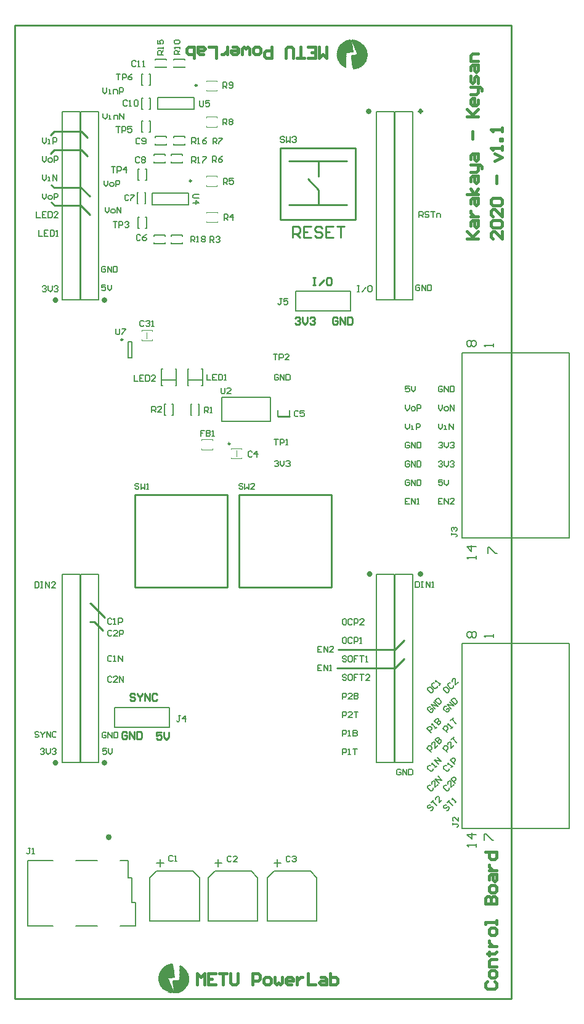
<source format=gto>
G04*
G04 #@! TF.GenerationSoftware,Altium Limited,Altium Designer,18.0.7 (293)*
G04*
G04 Layer_Color=65535*
%FSLAX25Y25*%
%MOIN*%
G70*
G01*
G75*
%ADD10C,0.01575*%
%ADD11C,0.00984*%
%ADD12C,0.01000*%
%ADD13C,0.00591*%
%ADD14C,0.00787*%
%ADD15C,0.00500*%
%ADD16C,0.00315*%
%ADD17C,0.01500*%
%ADD18C,0.00800*%
D10*
X192710Y229500D02*
G03*
X192710Y229500I-710J0D01*
G01*
X22710Y127500D02*
G03*
X22710Y127500I-710J0D01*
G01*
X220210Y229500D02*
G03*
X220210Y229500I-710J0D01*
G01*
X49210Y127500D02*
G03*
X49210Y127500I-710J0D01*
G01*
X22710Y377500D02*
G03*
X22710Y377500I-710J0D01*
G01*
X219500Y480210D02*
G03*
X219654Y480193I0J-710D01*
G01*
X49210Y377500D02*
G03*
X49210Y377500I-710J0D01*
G01*
X192210Y479500D02*
G03*
X192210Y479500I-710J0D01*
G01*
X51587Y87276D02*
G03*
X51587Y87276I-787J0D01*
G01*
D11*
X58460Y356112D02*
G03*
X58460Y356112I-492J0D01*
G01*
X98535Y493446D02*
G03*
X98535Y493446I-492J0D01*
G01*
X95535Y441946D02*
G03*
X95535Y441946I-492J0D01*
G01*
X116437Y299898D02*
G03*
X116437Y299898I-492J0D01*
G01*
D12*
X114900Y222200D02*
Y272200D01*
X64900D02*
X114900D01*
X64900Y222200D02*
Y272200D01*
Y222200D02*
X114900D01*
X121200D02*
X171200D01*
X121200D02*
Y272200D01*
X171200D01*
Y222200D02*
Y272200D01*
X43000Y203500D02*
X47600Y198900D01*
X40500Y203500D02*
X43000D01*
X41000Y213500D02*
X48500Y206000D01*
X40500Y213500D02*
X41000D01*
X19800Y439800D02*
X21200Y438400D01*
X35600D01*
X40500Y433500D01*
X19800Y430300D02*
X21600Y428500D01*
X35500D01*
X40500Y423500D01*
X36000Y458600D02*
X39300Y455300D01*
X21200Y458600D02*
X36000D01*
X19200Y456600D02*
X21200Y458600D01*
X19200Y466600D02*
X21200Y468600D01*
X36000D01*
X39300Y465300D01*
X174400Y178600D02*
X205600D01*
X210500Y183500D01*
X205600Y188600D02*
X210500Y193500D01*
X174900Y188600D02*
X205600D01*
X158561Y442865D02*
X164304Y437122D01*
Y429000D02*
Y437122D01*
Y444400D02*
Y452522D01*
X148304Y428900D02*
X179800D01*
X148304Y452522D02*
X179800D01*
X184400Y421100D02*
Y459600D01*
X143704D02*
X184404D01*
X143704Y421100D02*
X184304D01*
X143704D02*
Y459600D01*
X268500Y0D02*
Y526000D01*
X0Y0D02*
Y526000D01*
Y0D02*
X268500D01*
X0Y526000D02*
X268500D01*
X142350Y314531D02*
X148650D01*
X151600Y367632D02*
X152267Y368299D01*
X153599D01*
X154266Y367632D01*
Y366966D01*
X153599Y366299D01*
X152933D01*
X153599D01*
X154266Y365633D01*
Y364966D01*
X153599Y364300D01*
X152267D01*
X151600Y364966D01*
X155599Y368299D02*
Y365633D01*
X156932Y364300D01*
X158265Y365633D01*
Y368299D01*
X159597Y367632D02*
X160264Y368299D01*
X161597D01*
X162263Y367632D01*
Y366966D01*
X161597Y366299D01*
X160930D01*
X161597D01*
X162263Y365633D01*
Y364966D01*
X161597Y364300D01*
X160264D01*
X159597Y364966D01*
X161400Y389499D02*
X162733D01*
X162066D01*
Y385500D01*
X161400D01*
X162733D01*
X164732D02*
X167398Y388166D01*
X170730Y389499D02*
X169397D01*
X168731Y388832D01*
Y386166D01*
X169397Y385500D01*
X170730D01*
X171397Y386166D01*
Y388832D01*
X170730Y389499D01*
X174766Y367632D02*
X174099Y368299D01*
X172766D01*
X172100Y367632D01*
Y364966D01*
X172766Y364300D01*
X174099D01*
X174766Y364966D01*
Y366299D01*
X173433D01*
X176099Y364300D02*
Y368299D01*
X178764Y364300D01*
Y368299D01*
X180097D02*
Y364300D01*
X182097D01*
X182763Y364966D01*
Y367632D01*
X182097Y368299D01*
X180097D01*
X79266Y144099D02*
X76600D01*
Y142099D01*
X77933Y142766D01*
X78599D01*
X79266Y142099D01*
Y140767D01*
X78599Y140100D01*
X77266D01*
X76600Y140767D01*
X80599Y144099D02*
Y141433D01*
X81932Y140100D01*
X83264Y141433D01*
Y144099D01*
X65066Y164232D02*
X64399Y164899D01*
X63066D01*
X62400Y164232D01*
Y163566D01*
X63066Y162899D01*
X64399D01*
X65066Y162233D01*
Y161566D01*
X64399Y160900D01*
X63066D01*
X62400Y161566D01*
X66399Y164899D02*
Y164232D01*
X67732Y162899D01*
X69064Y164232D01*
Y164899D01*
X67732Y162899D02*
Y160900D01*
X70397D02*
Y164899D01*
X73063Y160900D01*
Y164899D01*
X77062Y164232D02*
X76395Y164899D01*
X75063D01*
X74396Y164232D01*
Y161566D01*
X75063Y160900D01*
X76395D01*
X77062Y161566D01*
X60666Y143732D02*
X59999Y144399D01*
X58666D01*
X58000Y143732D01*
Y141067D01*
X58666Y140400D01*
X59999D01*
X60666Y141067D01*
Y142399D01*
X59333D01*
X61999Y140400D02*
Y144399D01*
X64665Y140400D01*
Y144399D01*
X65997D02*
Y140400D01*
X67997D01*
X68663Y141067D01*
Y143732D01*
X67997Y144399D01*
X65997D01*
X150300Y411400D02*
Y417398D01*
X153299D01*
X154299Y416398D01*
Y414399D01*
X153299Y413399D01*
X150300D01*
X152299D02*
X154299Y411400D01*
X160297Y417398D02*
X156298D01*
Y411400D01*
X160297D01*
X156298Y414399D02*
X158297D01*
X166295Y416398D02*
X165295Y417398D01*
X163296D01*
X162296Y416398D01*
Y415399D01*
X163296Y414399D01*
X165295D01*
X166295Y413399D01*
Y412400D01*
X165295Y411400D01*
X163296D01*
X162296Y412400D01*
X172293Y417398D02*
X168294D01*
Y411400D01*
X172293D01*
X168294Y414399D02*
X170293D01*
X174292Y417398D02*
X178291D01*
X176292D01*
Y411400D01*
D13*
X205421Y127516D02*
Y229484D01*
X195579Y127516D02*
Y229484D01*
X205421D01*
X195579Y127516D02*
X205421D01*
X25579D02*
Y229484D01*
X35421Y127516D02*
Y229484D01*
X25579Y127516D02*
X35421D01*
X25579Y229484D02*
X35421D01*
X215421Y127516D02*
Y229484D01*
X205579Y127516D02*
Y229484D01*
X215421D01*
X205579Y127516D02*
X215421D01*
X35579D02*
Y229484D01*
X45421Y127516D02*
Y229484D01*
X35579Y127516D02*
X45421D01*
X35579Y229484D02*
X45421D01*
X25579Y377516D02*
Y479484D01*
X35421Y377516D02*
Y479484D01*
X25579Y377516D02*
X35421D01*
X25579Y479484D02*
X35421D01*
X215421Y377516D02*
Y479484D01*
X205579Y377516D02*
Y479484D01*
X215421D01*
X205579Y377516D02*
X215421D01*
X35579D02*
Y479484D01*
X45421Y377516D02*
Y479484D01*
X35579Y377516D02*
X45421D01*
X35579Y479484D02*
X45421D01*
X205421Y377516D02*
Y479484D01*
X195579Y377516D02*
Y479484D01*
X205421D01*
X195579Y377516D02*
X205421D01*
X140500Y290224D02*
X141025Y290749D01*
X142074D01*
X142599Y290224D01*
Y289699D01*
X142074Y289174D01*
X141550D01*
X142074D01*
X142599Y288650D01*
Y288125D01*
X142074Y287600D01*
X141025D01*
X140500Y288125D01*
X143649Y290749D02*
Y288650D01*
X144698Y287600D01*
X145748Y288650D01*
Y290749D01*
X146797Y290224D02*
X147322Y290749D01*
X148372D01*
X148896Y290224D01*
Y289699D01*
X148372Y289174D01*
X147847D01*
X148372D01*
X148896Y288650D01*
Y288125D01*
X148372Y287600D01*
X147322D01*
X146797Y288125D01*
X142599Y336824D02*
X142074Y337349D01*
X141025D01*
X140500Y336824D01*
Y334725D01*
X141025Y334200D01*
X142074D01*
X142599Y334725D01*
Y335774D01*
X141550D01*
X143649Y334200D02*
Y337349D01*
X145748Y334200D01*
Y337349D01*
X146797D02*
Y334200D01*
X148372D01*
X148896Y334725D01*
Y336824D01*
X148372Y337349D01*
X146797D01*
X166099Y180349D02*
X164000D01*
Y177200D01*
X166099D01*
X164000Y178774D02*
X165050D01*
X167149Y177200D02*
Y180349D01*
X169248Y177200D01*
Y180349D01*
X170297Y177200D02*
X171347D01*
X170822D01*
Y180349D01*
X170297Y179824D01*
X166099Y190349D02*
X164000D01*
Y187200D01*
X166099D01*
X164000Y188774D02*
X165050D01*
X167149Y187200D02*
Y190349D01*
X169248Y187200D01*
Y190349D01*
X172396Y187200D02*
X170297D01*
X172396Y189299D01*
Y189824D01*
X171871Y190349D01*
X170822D01*
X170297Y189824D01*
X216800Y225349D02*
Y222200D01*
X218374D01*
X218899Y222725D01*
Y224824D01*
X218374Y225349D01*
X216800D01*
X219949D02*
X220998D01*
X220473D01*
Y222200D01*
X219949D01*
X220998D01*
X222572D02*
Y225349D01*
X224672Y222200D01*
Y225349D01*
X225721Y222200D02*
X226771D01*
X226246D01*
Y225349D01*
X225721Y224824D01*
X208899Y123524D02*
X208374Y124049D01*
X207325D01*
X206800Y123524D01*
Y121425D01*
X207325Y120900D01*
X208374D01*
X208899Y121425D01*
Y122474D01*
X207850D01*
X209949Y120900D02*
Y124049D01*
X212048Y120900D01*
Y124049D01*
X213097D02*
Y120900D01*
X214671D01*
X215196Y121425D01*
Y123524D01*
X214671Y124049D01*
X213097D01*
X179399Y174638D02*
X178874Y175163D01*
X177825D01*
X177300Y174638D01*
Y174113D01*
X177825Y173589D01*
X178874D01*
X179399Y173064D01*
Y172539D01*
X178874Y172014D01*
X177825D01*
X177300Y172539D01*
X182023Y175163D02*
X180973D01*
X180449Y174638D01*
Y172539D01*
X180973Y172014D01*
X182023D01*
X182548Y172539D01*
Y174638D01*
X182023Y175163D01*
X185696D02*
X183597D01*
Y173589D01*
X184647D01*
X183597D01*
Y172014D01*
X186746Y175163D02*
X188845D01*
X187795D01*
Y172014D01*
X191993D02*
X189894D01*
X191993Y174113D01*
Y174638D01*
X191469Y175163D01*
X190419D01*
X189894Y174638D01*
X177300Y131900D02*
Y135049D01*
X178874D01*
X179399Y134524D01*
Y133474D01*
X178874Y132949D01*
X177300D01*
X180449Y131900D02*
X181498D01*
X180973D01*
Y135049D01*
X180449Y134524D01*
X183072Y135049D02*
X185171D01*
X184122D01*
Y131900D01*
X177300Y141929D02*
Y145077D01*
X178874D01*
X179399Y144552D01*
Y143503D01*
X178874Y142978D01*
X177300D01*
X180449Y141929D02*
X181498D01*
X180973D01*
Y145077D01*
X180449Y144552D01*
X183072Y145077D02*
Y141929D01*
X184647D01*
X185171Y142453D01*
Y142978D01*
X184647Y143503D01*
X183072D01*
X184647D01*
X185171Y144028D01*
Y144552D01*
X184647Y145077D01*
X183072D01*
X177300Y151957D02*
Y155106D01*
X178874D01*
X179399Y154581D01*
Y153531D01*
X178874Y153007D01*
X177300D01*
X182548Y151957D02*
X180449D01*
X182548Y154056D01*
Y154581D01*
X182023Y155106D01*
X180973D01*
X180449Y154581D01*
X183597Y155106D02*
X185696D01*
X184647D01*
Y151957D01*
X177300Y161986D02*
Y165134D01*
X178874D01*
X179399Y164610D01*
Y163560D01*
X178874Y163035D01*
X177300D01*
X182548Y161986D02*
X180449D01*
X182548Y164085D01*
Y164610D01*
X182023Y165134D01*
X180973D01*
X180449Y164610D01*
X183597Y165134D02*
Y161986D01*
X185171D01*
X185696Y162510D01*
Y163035D01*
X185171Y163560D01*
X183597D01*
X185171D01*
X185696Y164085D01*
Y164610D01*
X185171Y165134D01*
X183597D01*
X179399Y184667D02*
X178874Y185191D01*
X177825D01*
X177300Y184667D01*
Y184142D01*
X177825Y183617D01*
X178874D01*
X179399Y183092D01*
Y182568D01*
X178874Y182043D01*
X177825D01*
X177300Y182568D01*
X182023Y185191D02*
X180973D01*
X180449Y184667D01*
Y182568D01*
X180973Y182043D01*
X182023D01*
X182548Y182568D01*
Y184667D01*
X182023Y185191D01*
X185696D02*
X183597D01*
Y183617D01*
X184647D01*
X183597D01*
Y182043D01*
X186746Y185191D02*
X188845D01*
X187795D01*
Y182043D01*
X189894D02*
X190944D01*
X190419D01*
Y185191D01*
X189894Y184667D01*
X178874Y195220D02*
X177825D01*
X177300Y194695D01*
Y192596D01*
X177825Y192071D01*
X178874D01*
X179399Y192596D01*
Y194695D01*
X178874Y195220D01*
X182548Y194695D02*
X182023Y195220D01*
X180973D01*
X180449Y194695D01*
Y192596D01*
X180973Y192071D01*
X182023D01*
X182548Y192596D01*
X183597Y192071D02*
Y195220D01*
X185171D01*
X185696Y194695D01*
Y193646D01*
X185171Y193121D01*
X183597D01*
X186746Y192071D02*
X187795D01*
X187270D01*
Y195220D01*
X186746Y194695D01*
X178874Y205248D02*
X177825D01*
X177300Y204724D01*
Y202625D01*
X177825Y202100D01*
X178874D01*
X179399Y202625D01*
Y204724D01*
X178874Y205248D01*
X182548Y204724D02*
X182023Y205248D01*
X180973D01*
X180449Y204724D01*
Y202625D01*
X180973Y202100D01*
X182023D01*
X182548Y202625D01*
X183597Y202100D02*
Y205248D01*
X185171D01*
X185696Y204724D01*
Y203674D01*
X185171Y203150D01*
X183597D01*
X188845Y202100D02*
X186746D01*
X188845Y204199D01*
Y204724D01*
X188320Y205248D01*
X187270D01*
X186746Y204724D01*
X13900Y134724D02*
X14425Y135249D01*
X15474D01*
X15999Y134724D01*
Y134199D01*
X15474Y133674D01*
X14950D01*
X15474D01*
X15999Y133150D01*
Y132625D01*
X15474Y132100D01*
X14425D01*
X13900Y132625D01*
X17049Y135249D02*
Y133150D01*
X18098Y132100D01*
X19148Y133150D01*
Y135249D01*
X20197Y134724D02*
X20722Y135249D01*
X21771D01*
X22296Y134724D01*
Y134199D01*
X21771Y133674D01*
X21247D01*
X21771D01*
X22296Y133150D01*
Y132625D01*
X21771Y132100D01*
X20722D01*
X20197Y132625D01*
X12999Y143824D02*
X12474Y144349D01*
X11425D01*
X10900Y143824D01*
Y143299D01*
X11425Y142774D01*
X12474D01*
X12999Y142250D01*
Y141725D01*
X12474Y141200D01*
X11425D01*
X10900Y141725D01*
X14049Y144349D02*
Y143824D01*
X15098Y142774D01*
X16148Y143824D01*
Y144349D01*
X15098Y142774D02*
Y141200D01*
X17197D02*
Y144349D01*
X19296Y141200D01*
Y144349D01*
X22445Y143824D02*
X21920Y144349D01*
X20870D01*
X20346Y143824D01*
Y141725D01*
X20870Y141200D01*
X21920D01*
X22445Y141725D01*
X49599Y135249D02*
X47500D01*
Y133674D01*
X48550Y134199D01*
X49074D01*
X49599Y133674D01*
Y132625D01*
X49074Y132100D01*
X48025D01*
X47500Y132625D01*
X50649Y135249D02*
Y133150D01*
X51698Y132100D01*
X52748Y133150D01*
Y135249D01*
X49399Y143524D02*
X48874Y144049D01*
X47825D01*
X47300Y143524D01*
Y141425D01*
X47825Y140900D01*
X48874D01*
X49399Y141425D01*
Y142474D01*
X48349D01*
X50449Y140900D02*
Y144049D01*
X52548Y140900D01*
Y144049D01*
X53597D02*
Y140900D01*
X55172D01*
X55696Y141425D01*
Y143524D01*
X55172Y144049D01*
X53597D01*
X52399Y173724D02*
X51874Y174249D01*
X50825D01*
X50300Y173724D01*
Y171625D01*
X50825Y171100D01*
X51874D01*
X52399Y171625D01*
X55548Y171100D02*
X53449D01*
X55548Y173199D01*
Y173724D01*
X55023Y174249D01*
X53973D01*
X53449Y173724D01*
X56597Y171100D02*
Y174249D01*
X58696Y171100D01*
Y174249D01*
X52399Y184824D02*
X51874Y185349D01*
X50825D01*
X50300Y184824D01*
Y182725D01*
X50825Y182200D01*
X51874D01*
X52399Y182725D01*
X53449Y182200D02*
X54498D01*
X53973D01*
Y185349D01*
X53449Y184824D01*
X56072Y182200D02*
Y185349D01*
X58171Y182200D01*
Y185349D01*
X52399Y198624D02*
X51874Y199149D01*
X50825D01*
X50300Y198624D01*
Y196525D01*
X50825Y196000D01*
X51874D01*
X52399Y196525D01*
X55548Y196000D02*
X53449D01*
X55548Y198099D01*
Y198624D01*
X55023Y199149D01*
X53973D01*
X53449Y198624D01*
X56597Y196000D02*
Y199149D01*
X58171D01*
X58696Y198624D01*
Y197574D01*
X58171Y197049D01*
X56597D01*
X52399Y205024D02*
X51874Y205549D01*
X50825D01*
X50300Y205024D01*
Y202925D01*
X50825Y202400D01*
X51874D01*
X52399Y202925D01*
X53449Y202400D02*
X54498D01*
X53973D01*
Y205549D01*
X53449Y205024D01*
X56072Y202400D02*
Y205549D01*
X57647D01*
X58171Y205024D01*
Y203974D01*
X57647Y203450D01*
X56072D01*
X10900Y225249D02*
Y222100D01*
X12474D01*
X12999Y222625D01*
Y224724D01*
X12474Y225249D01*
X10900D01*
X14049D02*
X15098D01*
X14573D01*
Y222100D01*
X14049D01*
X15098D01*
X16672D02*
Y225249D01*
X18771Y222100D01*
Y225249D01*
X21920Y222100D02*
X19821D01*
X21920Y224199D01*
Y224724D01*
X21395Y225249D01*
X20346D01*
X19821Y224724D01*
X185300Y385249D02*
X186349D01*
X185825D01*
Y382100D01*
X185300D01*
X186349D01*
X187924D02*
X190023Y384199D01*
X192647Y385249D02*
X191597D01*
X191072Y384724D01*
Y382625D01*
X191597Y382100D01*
X192647D01*
X193172Y382625D01*
Y384724D01*
X192647Y385249D01*
X219099Y385224D02*
X218574Y385749D01*
X217525D01*
X217000Y385224D01*
Y383125D01*
X217525Y382600D01*
X218574D01*
X219099Y383125D01*
Y384174D01*
X218050D01*
X220149Y382600D02*
Y385749D01*
X222248Y382600D01*
Y385749D01*
X223297D02*
Y382600D01*
X224871D01*
X225396Y383125D01*
Y385224D01*
X224871Y385749D01*
X223297D01*
X218800Y422200D02*
Y425349D01*
X220374D01*
X220899Y424824D01*
Y423774D01*
X220374Y423249D01*
X218800D01*
X219849D02*
X220899Y422200D01*
X224048Y424824D02*
X223523Y425349D01*
X222473D01*
X221949Y424824D01*
Y424299D01*
X222473Y423774D01*
X223523D01*
X224048Y423249D01*
Y422725D01*
X223523Y422200D01*
X222473D01*
X221949Y422725D01*
X225097Y425349D02*
X227196D01*
X226147D01*
Y422200D01*
X228246D02*
Y424299D01*
X229820D01*
X230345Y423774D01*
Y422200D01*
X49099Y395224D02*
X48574Y395749D01*
X47525D01*
X47000Y395224D01*
Y393125D01*
X47525Y392600D01*
X48574D01*
X49099Y393125D01*
Y394174D01*
X48050D01*
X50149Y392600D02*
Y395749D01*
X52248Y392600D01*
Y395749D01*
X53297D02*
Y392600D01*
X54871D01*
X55396Y393125D01*
Y395224D01*
X54871Y395749D01*
X53297D01*
X49099Y385749D02*
X47000D01*
Y384174D01*
X48050Y384699D01*
X48574D01*
X49099Y384174D01*
Y383125D01*
X48574Y382600D01*
X47525D01*
X47000Y383125D01*
X50149Y385749D02*
Y383649D01*
X51198Y382600D01*
X52248Y383649D01*
Y385749D01*
X14949Y384724D02*
X15473Y385249D01*
X16523D01*
X17048Y384724D01*
Y384199D01*
X16523Y383674D01*
X15998D01*
X16523D01*
X17048Y383150D01*
Y382625D01*
X16523Y382100D01*
X15473D01*
X14949Y382625D01*
X18097Y385249D02*
Y383150D01*
X19147Y382100D01*
X20196Y383150D01*
Y385249D01*
X21246Y384724D02*
X21770Y385249D01*
X22820D01*
X23345Y384724D01*
Y384199D01*
X22820Y383674D01*
X22295D01*
X22820D01*
X23345Y383150D01*
Y382625D01*
X22820Y382100D01*
X21770D01*
X21246Y382625D01*
X11800Y425249D02*
Y422100D01*
X13899D01*
X17048Y425249D02*
X14949D01*
Y422100D01*
X17048D01*
X14949Y423674D02*
X15998D01*
X18097Y425249D02*
Y422100D01*
X19671D01*
X20196Y422625D01*
Y424724D01*
X19671Y425249D01*
X18097D01*
X23345Y422100D02*
X21246D01*
X23345Y424199D01*
Y424724D01*
X22820Y425249D01*
X21770D01*
X21246Y424724D01*
X12849Y415249D02*
Y412100D01*
X14949D01*
X18097Y415249D02*
X15998D01*
Y412100D01*
X18097D01*
X15998Y413674D02*
X17048D01*
X19147Y415249D02*
Y412100D01*
X20721D01*
X21246Y412625D01*
Y414724D01*
X20721Y415249D01*
X19147D01*
X22295Y412100D02*
X23345D01*
X22820D01*
Y415249D01*
X22295Y414724D01*
X14900Y435149D02*
Y433049D01*
X15949Y432000D01*
X16999Y433049D01*
Y435149D01*
X18573Y432000D02*
X19623D01*
X20148Y432525D01*
Y433574D01*
X19623Y434099D01*
X18573D01*
X18049Y433574D01*
Y432525D01*
X18573Y432000D01*
X21197D02*
Y435149D01*
X22772D01*
X23296Y434624D01*
Y433574D01*
X22772Y433049D01*
X21197D01*
X14900Y445182D02*
Y443083D01*
X15949Y442033D01*
X16999Y443083D01*
Y445182D01*
X18049Y442033D02*
X19098D01*
X18573D01*
Y444132D01*
X18049D01*
X20672Y442033D02*
Y445182D01*
X22772Y442033D01*
Y445182D01*
X14900Y455215D02*
Y453116D01*
X15949Y452067D01*
X16999Y453116D01*
Y455215D01*
X18573Y452067D02*
X19623D01*
X20148Y452591D01*
Y453641D01*
X19623Y454166D01*
X18573D01*
X18049Y453641D01*
Y452591D01*
X18573Y452067D01*
X21197D02*
Y455215D01*
X22772D01*
X23296Y454691D01*
Y453641D01*
X22772Y453116D01*
X21197D01*
X14900Y465249D02*
Y463149D01*
X15949Y462100D01*
X16999Y463149D01*
Y465249D01*
X18049Y462100D02*
X19098D01*
X18573D01*
Y464199D01*
X18049D01*
X20672Y462100D02*
Y465249D01*
X22247D01*
X22772Y464724D01*
Y463674D01*
X22247Y463149D01*
X20672D01*
X233529Y104740D02*
X232787D01*
X232045Y103998D01*
X232045Y103255D01*
X232416Y102884D01*
X233158Y102884D01*
X233900Y103626D01*
X234642Y103626D01*
X235013Y103255D01*
X235013Y102513D01*
X234271Y101771D01*
X233529D01*
X233900Y105853D02*
X235384Y107337D01*
X234642Y106595D01*
X236869Y104368D01*
X238353Y105853D02*
X239095Y106595D01*
X238724Y106224D01*
X236497Y108450D01*
X236497Y107708D01*
X224829Y104740D02*
X224087D01*
X223345Y103998D01*
X223345Y103255D01*
X223716Y102884D01*
X224458Y102884D01*
X225200Y103626D01*
X225942Y103626D01*
X226313Y103255D01*
X226313Y102513D01*
X225571Y101771D01*
X224829D01*
X225200Y105853D02*
X226684Y107337D01*
X225942Y106595D01*
X228169Y104368D01*
X231137Y107337D02*
X229653Y105853D01*
Y108821D01*
X229282Y109192D01*
X228540D01*
X227798Y108450D01*
X227797Y107708D01*
X233529Y115356D02*
X232787D01*
X232045Y114614D01*
X232045Y113872D01*
X233529Y112388D01*
X234271D01*
X235013Y113130D01*
X235013Y113872D01*
X237611Y115727D02*
X236126Y114243D01*
Y117212D01*
X235755Y117583D01*
X235013D01*
X234271Y116841D01*
X234271Y116098D01*
X238353Y116470D02*
X236126Y118696D01*
X237240Y119809D01*
X237982D01*
X238724Y119067D01*
X238724Y118325D01*
X237611Y117212D01*
X224829Y115340D02*
X224087D01*
X223345Y114597D01*
X223345Y113855D01*
X224829Y112371D01*
X225571D01*
X226313Y113113D01*
X226313Y113855D01*
X228911Y115711D02*
X227426Y114226D01*
Y117195D01*
X227055Y117566D01*
X226313D01*
X225571Y116824D01*
X225571Y116082D01*
X229653Y116453D02*
X227426Y118679D01*
X231137Y117937D01*
X228911Y120163D01*
X233529Y125973D02*
X232787D01*
X232045Y125231D01*
X232045Y124489D01*
X233529Y123004D01*
X234271D01*
X235013Y123747D01*
X235013Y124489D01*
X236126Y124860D02*
X236869Y125602D01*
X236497Y125231D01*
X234271Y127457D01*
X234271Y126715D01*
X237982D02*
X235755Y128941D01*
X236869Y130055D01*
X237611D01*
X238353Y129313D01*
X238353Y128570D01*
X237240Y127457D01*
X224829Y125940D02*
X224087D01*
X223345Y125198D01*
X223345Y124455D01*
X224829Y122971D01*
X225571D01*
X226313Y123713D01*
X226313Y124455D01*
X227426Y124826D02*
X228169Y125568D01*
X227798Y125198D01*
X225571Y127424D01*
X225571Y126682D01*
X229282D02*
X227055Y128908D01*
X230766Y128166D01*
X228540Y130392D01*
X233900Y133250D02*
X231674Y135476D01*
X232787Y136590D01*
X233529D01*
X234271Y135847D01*
X234271Y135105D01*
X233158Y133992D01*
X237611Y136961D02*
X236126Y135476D01*
Y138445D01*
X235755Y138816D01*
X235013D01*
X234271Y138074D01*
X234271Y137332D01*
X236126Y139929D02*
X237611Y141413D01*
X236869Y140671D01*
X239095Y138445D01*
X225200Y133200D02*
X222974Y135426D01*
X224087Y136540D01*
X224829D01*
X225571Y135798D01*
X225571Y135055D01*
X224458Y133942D01*
X228911Y136911D02*
X227426Y135426D01*
Y138395D01*
X227055Y138766D01*
X226313D01*
X225571Y138024D01*
X225571Y137282D01*
X227426Y139879D02*
X229653Y137653D01*
X230766Y138766D01*
X230766Y139508D01*
X230395Y139879D01*
X229653Y139879D01*
X228540Y138766D01*
X229653Y139879D01*
Y140621D01*
X229282Y140992D01*
X228540D01*
X227426Y139879D01*
X233900Y143867D02*
X231674Y146093D01*
X232787Y147206D01*
X233529D01*
X234271Y146464D01*
X234271Y145722D01*
X233158Y144609D01*
X236126Y146093D02*
X236869Y146835D01*
X236497Y146464D01*
X234271Y148690D01*
X234271Y147948D01*
X235755Y150175D02*
X237240Y151659D01*
X236497Y150917D01*
X238724Y148690D01*
X225200Y143800D02*
X222974Y146026D01*
X224087Y147140D01*
X224829D01*
X225571Y146397D01*
X225571Y145655D01*
X224458Y144542D01*
X227426Y146026D02*
X228169Y146768D01*
X227798Y146397D01*
X225571Y148624D01*
X225571Y147882D01*
X227055Y150108D02*
X229282Y147882D01*
X230395Y148995D01*
X230395Y149737D01*
X230024Y150108D01*
X229282D01*
X228169Y148995D01*
X229282Y150108D01*
Y150850D01*
X228911Y151221D01*
X228169D01*
X227055Y150108D01*
X233529Y157823D02*
X232787D01*
X232045Y157081D01*
X232045Y156339D01*
X233529Y154854D01*
X234271D01*
X235013Y155596D01*
X235013Y156339D01*
X234271Y157081D01*
X233529Y156339D01*
X236126Y156710D02*
X233900Y158936D01*
X237611Y158194D01*
X235384Y160420D01*
X236126Y161162D02*
X238353Y158936D01*
X239466Y160049D01*
X239466Y160791D01*
X237982Y162276D01*
X237240D01*
X236126Y161162D01*
X224829Y157740D02*
X224087D01*
X223345Y156998D01*
X223345Y156255D01*
X224829Y154771D01*
X225571D01*
X226313Y155513D01*
X226313Y156255D01*
X225571Y156998D01*
X224829Y156255D01*
X227426Y156626D02*
X225200Y158853D01*
X228911Y158111D01*
X226684Y160337D01*
X227426Y161079D02*
X229653Y158853D01*
X230766Y159966D01*
X230766Y160708D01*
X229282Y162192D01*
X228540D01*
X227426Y161079D01*
X224087Y168340D02*
X223345Y167597D01*
X223345Y166855D01*
X224829Y165371D01*
X225571D01*
X226313Y166113D01*
X226313Y166855D01*
X224829Y168340D01*
X224087D01*
X227055Y170566D02*
X226313D01*
X225571Y169824D01*
X225571Y169082D01*
X227055Y167597D01*
X227798D01*
X228540Y168340D01*
X228540Y169082D01*
X229653Y169453D02*
X230395Y170195D01*
X230024Y169824D01*
X227798Y172050D01*
X227797Y171308D01*
X232787Y168440D02*
X232045Y167697D01*
X232045Y166955D01*
X233529Y165471D01*
X234271D01*
X235013Y166213D01*
X235013Y166955D01*
X233529Y168440D01*
X232787D01*
X235755Y170666D02*
X235013D01*
X234271Y169924D01*
X234271Y169182D01*
X235755Y167697D01*
X236497D01*
X237240Y168440D01*
X237240Y169182D01*
X239837Y171037D02*
X238353Y169553D01*
Y172521D01*
X237982Y172892D01*
X237240D01*
X236497Y172150D01*
X236497Y171408D01*
X231399Y270349D02*
X229300D01*
Y267200D01*
X231399D01*
X229300Y268774D02*
X230349D01*
X232449Y267200D02*
Y270349D01*
X234548Y267200D01*
Y270349D01*
X237696Y267200D02*
X235597D01*
X237696Y269299D01*
Y269824D01*
X237172Y270349D01*
X236122D01*
X235597Y269824D01*
X213499Y270349D02*
X211400D01*
Y267200D01*
X213499D01*
X211400Y268774D02*
X212450D01*
X214549Y267200D02*
Y270349D01*
X216648Y267200D01*
Y270349D01*
X217697Y267200D02*
X218747D01*
X218222D01*
Y270349D01*
X217697Y269824D01*
X231399Y280465D02*
X229300D01*
Y278891D01*
X230349Y279416D01*
X230874D01*
X231399Y278891D01*
Y277841D01*
X230874Y277317D01*
X229825D01*
X229300Y277841D01*
X232449Y280465D02*
Y278366D01*
X233498Y277317D01*
X234548Y278366D01*
Y280465D01*
X213499Y279941D02*
X212974Y280465D01*
X211925D01*
X211400Y279941D01*
Y277841D01*
X211925Y277317D01*
X212974D01*
X213499Y277841D01*
Y278891D01*
X212450D01*
X214549Y277317D02*
Y280465D01*
X216648Y277317D01*
Y280465D01*
X217697D02*
Y277317D01*
X219271D01*
X219796Y277841D01*
Y279941D01*
X219271Y280465D01*
X217697D01*
X229300Y290057D02*
X229825Y290582D01*
X230874D01*
X231399Y290057D01*
Y289532D01*
X230874Y289008D01*
X230349D01*
X230874D01*
X231399Y288483D01*
Y287958D01*
X230874Y287433D01*
X229825D01*
X229300Y287958D01*
X232449Y290582D02*
Y288483D01*
X233498Y287433D01*
X234548Y288483D01*
Y290582D01*
X235597Y290057D02*
X236122Y290582D01*
X237172D01*
X237696Y290057D01*
Y289532D01*
X237172Y289008D01*
X236647D01*
X237172D01*
X237696Y288483D01*
Y287958D01*
X237172Y287433D01*
X236122D01*
X235597Y287958D01*
X213499Y290057D02*
X212974Y290582D01*
X211925D01*
X211400Y290057D01*
Y287958D01*
X211925Y287433D01*
X212974D01*
X213499Y287958D01*
Y289008D01*
X212450D01*
X214549Y287433D02*
Y290582D01*
X216648Y287433D01*
Y290582D01*
X217697D02*
Y287433D01*
X219271D01*
X219796Y287958D01*
Y290057D01*
X219271Y290582D01*
X217697D01*
X229300Y300174D02*
X229825Y300699D01*
X230874D01*
X231399Y300174D01*
Y299649D01*
X230874Y299124D01*
X230349D01*
X230874D01*
X231399Y298600D01*
Y298075D01*
X230874Y297550D01*
X229825D01*
X229300Y298075D01*
X232449Y300699D02*
Y298600D01*
X233498Y297550D01*
X234548Y298600D01*
Y300699D01*
X235597Y300174D02*
X236122Y300699D01*
X237172D01*
X237696Y300174D01*
Y299649D01*
X237172Y299124D01*
X236647D01*
X237172D01*
X237696Y298600D01*
Y298075D01*
X237172Y297550D01*
X236122D01*
X235597Y298075D01*
X213499Y300174D02*
X212974Y300699D01*
X211925D01*
X211400Y300174D01*
Y298075D01*
X211925Y297550D01*
X212974D01*
X213499Y298075D01*
Y299124D01*
X212450D01*
X214549Y297550D02*
Y300699D01*
X216648Y297550D01*
Y300699D01*
X217697D02*
Y297550D01*
X219271D01*
X219796Y298075D01*
Y300174D01*
X219271Y300699D01*
X217697D01*
X229300Y310815D02*
Y308716D01*
X230349Y307667D01*
X231399Y308716D01*
Y310815D01*
X232449Y307667D02*
X233498D01*
X232973D01*
Y309766D01*
X232449D01*
X235072Y307667D02*
Y310815D01*
X237172Y307667D01*
Y310815D01*
X211400D02*
Y308716D01*
X212450Y307667D01*
X213499Y308716D01*
Y310815D01*
X214549Y307667D02*
X215598D01*
X215073D01*
Y309766D01*
X214549D01*
X217172Y307667D02*
Y310815D01*
X218747D01*
X219271Y310291D01*
Y309241D01*
X218747Y308716D01*
X217172D01*
X229300Y320932D02*
Y318833D01*
X230349Y317783D01*
X231399Y318833D01*
Y320932D01*
X232973Y317783D02*
X234023D01*
X234548Y318308D01*
Y319358D01*
X234023Y319882D01*
X232973D01*
X232449Y319358D01*
Y318308D01*
X232973Y317783D01*
X235597D02*
Y320932D01*
X237696Y317783D01*
Y320932D01*
X211400D02*
Y318833D01*
X212450Y317783D01*
X213499Y318833D01*
Y320932D01*
X215073Y317783D02*
X216123D01*
X216648Y318308D01*
Y319358D01*
X216123Y319882D01*
X215073D01*
X214549Y319358D01*
Y318308D01*
X215073Y317783D01*
X217697D02*
Y320932D01*
X219271D01*
X219796Y320407D01*
Y319358D01*
X219271Y318833D01*
X217697D01*
X213499Y331048D02*
X211400D01*
Y329474D01*
X212450Y329999D01*
X212974D01*
X213499Y329474D01*
Y328425D01*
X212974Y327900D01*
X211925D01*
X211400Y328425D01*
X214549Y331048D02*
Y328949D01*
X215598Y327900D01*
X216648Y328949D01*
Y331048D01*
X231399Y330524D02*
X230874Y331048D01*
X229825D01*
X229300Y330524D01*
Y328425D01*
X229825Y327900D01*
X230874D01*
X231399Y328425D01*
Y329474D01*
X230349D01*
X232449Y327900D02*
Y331048D01*
X234548Y327900D01*
Y331048D01*
X235597D02*
Y327900D01*
X237172D01*
X237696Y328425D01*
Y330524D01*
X237172Y331048D01*
X235597D01*
X48900Y427749D02*
Y425649D01*
X49949Y424600D01*
X50999Y425649D01*
Y427749D01*
X52573Y424600D02*
X53623D01*
X54148Y425125D01*
Y426174D01*
X53623Y426699D01*
X52573D01*
X52049Y426174D01*
Y425125D01*
X52573Y424600D01*
X55197D02*
Y427749D01*
X57296Y424600D01*
Y427749D01*
X48300Y442149D02*
Y440050D01*
X49349Y439000D01*
X50399Y440050D01*
Y442149D01*
X51973Y439000D02*
X53023D01*
X53548Y439525D01*
Y440574D01*
X53023Y441099D01*
X51973D01*
X51449Y440574D01*
Y439525D01*
X51973Y439000D01*
X54597D02*
Y442149D01*
X56172D01*
X56696Y441624D01*
Y440574D01*
X56172Y440050D01*
X54597D01*
X47800Y478449D02*
Y476349D01*
X48849Y475300D01*
X49899Y476349D01*
Y478449D01*
X50949Y475300D02*
X51998D01*
X51473D01*
Y477399D01*
X50949D01*
X53572Y475300D02*
Y477399D01*
X55147D01*
X55672Y476874D01*
Y475300D01*
X56721D02*
Y478449D01*
X58820Y475300D01*
Y478449D01*
X47700Y492249D02*
Y490149D01*
X48750Y489100D01*
X49799Y490149D01*
Y492249D01*
X50849Y489100D02*
X51898D01*
X51373D01*
Y491199D01*
X50849D01*
X53472Y489100D02*
Y491199D01*
X55047D01*
X55572Y490674D01*
Y489100D01*
X56621D02*
Y492249D01*
X58195D01*
X58720Y491724D01*
Y490674D01*
X58195Y490149D01*
X56621D01*
X145899Y465324D02*
X145374Y465849D01*
X144325D01*
X143800Y465324D01*
Y464799D01*
X144325Y464274D01*
X145374D01*
X145899Y463750D01*
Y463225D01*
X145374Y462700D01*
X144325D01*
X143800Y463225D01*
X146949Y465849D02*
Y462700D01*
X147998Y463750D01*
X149048Y462700D01*
Y465849D01*
X150097Y465324D02*
X150622Y465849D01*
X151672D01*
X152196Y465324D01*
Y464799D01*
X151672Y464274D01*
X151147D01*
X151672D01*
X152196Y463750D01*
Y463225D01*
X151672Y462700D01*
X150622D01*
X150097Y463225D01*
X123399Y277924D02*
X122874Y278449D01*
X121825D01*
X121300Y277924D01*
Y277399D01*
X121825Y276874D01*
X122874D01*
X123399Y276349D01*
Y275825D01*
X122874Y275300D01*
X121825D01*
X121300Y275825D01*
X124449Y278449D02*
Y275300D01*
X125498Y276349D01*
X126548Y275300D01*
Y278449D01*
X129696Y275300D02*
X127597D01*
X129696Y277399D01*
Y277924D01*
X129172Y278449D01*
X128122D01*
X127597Y277924D01*
X67099D02*
X66574Y278449D01*
X65525D01*
X65000Y277924D01*
Y277399D01*
X65525Y276874D01*
X66574D01*
X67099Y276349D01*
Y275825D01*
X66574Y275300D01*
X65525D01*
X65000Y275825D01*
X68149Y278449D02*
Y275300D01*
X69198Y276349D01*
X70248Y275300D01*
Y278449D01*
X71297Y275300D02*
X72347D01*
X71822D01*
Y278449D01*
X71297Y277924D01*
X95200Y408900D02*
Y412049D01*
X96774D01*
X97299Y411524D01*
Y410474D01*
X96774Y409949D01*
X95200D01*
X96250D02*
X97299Y408900D01*
X98349D02*
X99398D01*
X98873D01*
Y412049D01*
X98349Y411524D01*
X100972D02*
X101497Y412049D01*
X102547D01*
X103071Y411524D01*
Y410999D01*
X102547Y410474D01*
X103071Y409949D01*
Y409425D01*
X102547Y408900D01*
X101497D01*
X100972Y409425D01*
Y409949D01*
X101497Y410474D01*
X100972Y410999D01*
Y411524D01*
X101497Y410474D02*
X102547D01*
X95800Y451700D02*
Y454849D01*
X97374D01*
X97899Y454324D01*
Y453274D01*
X97374Y452749D01*
X95800D01*
X96850D02*
X97899Y451700D01*
X98949D02*
X99998D01*
X99473D01*
Y454849D01*
X98949Y454324D01*
X101572Y454849D02*
X103672D01*
Y454324D01*
X101572Y452225D01*
Y451700D01*
X95800Y462100D02*
Y465249D01*
X97374D01*
X97899Y464724D01*
Y463674D01*
X97374Y463149D01*
X95800D01*
X96850D02*
X97899Y462100D01*
X98949D02*
X99998D01*
X99473D01*
Y465249D01*
X98949Y464724D01*
X103672Y465249D02*
X102622Y464724D01*
X101572Y463674D01*
Y462625D01*
X102097Y462100D01*
X103147D01*
X103672Y462625D01*
Y463149D01*
X103147Y463674D01*
X101572D01*
X80400Y510100D02*
X77251D01*
Y511674D01*
X77776Y512199D01*
X78826D01*
X79351Y511674D01*
Y510100D01*
Y511150D02*
X80400Y512199D01*
Y513249D02*
Y514298D01*
Y513773D01*
X77251D01*
X77776Y513249D01*
X77251Y517972D02*
Y515872D01*
X78826D01*
X78301Y516922D01*
Y517447D01*
X78826Y517972D01*
X79875D01*
X80400Y517447D01*
Y516397D01*
X79875Y515872D01*
X144499Y378249D02*
X143449D01*
X143974D01*
Y375625D01*
X143449Y375100D01*
X142925D01*
X142400Y375625D01*
X147648Y378249D02*
X145549D01*
Y376674D01*
X146598Y377199D01*
X147123D01*
X147648Y376674D01*
Y375625D01*
X147123Y375100D01*
X146073D01*
X145549Y375625D01*
X89599Y152949D02*
X88550D01*
X89074D01*
Y150325D01*
X88550Y149800D01*
X88025D01*
X87500Y150325D01*
X92223Y149800D02*
Y152949D01*
X90649Y151374D01*
X92748D01*
X69899Y365924D02*
X69374Y366449D01*
X68325D01*
X67800Y365924D01*
Y363825D01*
X68325Y363300D01*
X69374D01*
X69899Y363825D01*
X70949Y365924D02*
X71473Y366449D01*
X72523D01*
X73048Y365924D01*
Y365399D01*
X72523Y364874D01*
X71998D01*
X72523D01*
X73048Y364350D01*
Y363825D01*
X72523Y363300D01*
X71473D01*
X70949Y363825D01*
X74097Y363300D02*
X75147D01*
X74622D01*
Y366449D01*
X74097Y365924D01*
X54700Y362049D02*
Y359425D01*
X55225Y358900D01*
X56274D01*
X56799Y359425D01*
Y362049D01*
X57849D02*
X59948D01*
Y361524D01*
X57849Y359425D01*
Y358900D01*
X111600Y330149D02*
Y327525D01*
X112125Y327000D01*
X113174D01*
X113699Y327525D01*
Y330149D01*
X116848Y327000D02*
X114749D01*
X116848Y329099D01*
Y329624D01*
X116323Y330149D01*
X115273D01*
X114749Y329624D01*
X99549Y434600D02*
X96925D01*
X96400Y434075D01*
Y433026D01*
X96925Y432501D01*
X99549D01*
X96400Y429877D02*
X99549D01*
X97974Y431451D01*
Y429352D01*
X100000Y485249D02*
Y482625D01*
X100525Y482100D01*
X101574D01*
X102099Y482625D01*
Y485249D01*
X105248D02*
X103149D01*
Y483674D01*
X104198Y484199D01*
X104723D01*
X105248Y483674D01*
Y482625D01*
X104723Y482100D01*
X103673D01*
X103149Y482625D01*
X139900Y348349D02*
X141999D01*
X140949D01*
Y345200D01*
X143049D02*
Y348349D01*
X144623D01*
X145148Y347824D01*
Y346774D01*
X144623Y346250D01*
X143049D01*
X148296Y345200D02*
X146197D01*
X148296Y347299D01*
Y347824D01*
X147772Y348349D01*
X146722D01*
X146197Y347824D01*
X140400Y302349D02*
X142499D01*
X141449D01*
Y299200D01*
X143549D02*
Y302349D01*
X145123D01*
X145648Y301824D01*
Y300774D01*
X145123Y300250D01*
X143549D01*
X146697Y299200D02*
X147747D01*
X147222D01*
Y302349D01*
X146697Y301824D01*
X53200Y419949D02*
X55299D01*
X54250D01*
Y416800D01*
X56349D02*
Y419949D01*
X57923D01*
X58448Y419424D01*
Y418374D01*
X57923Y417849D01*
X56349D01*
X59497Y419424D02*
X60022Y419949D01*
X61071D01*
X61596Y419424D01*
Y418899D01*
X61071Y418374D01*
X60547D01*
X61071D01*
X61596Y417849D01*
Y417325D01*
X61071Y416800D01*
X60022D01*
X59497Y417325D01*
X52300Y449549D02*
X54399D01*
X53350D01*
Y446400D01*
X55449D02*
Y449549D01*
X57023D01*
X57548Y449024D01*
Y447974D01*
X57023Y447449D01*
X55449D01*
X60172Y446400D02*
Y449549D01*
X58597Y447974D01*
X60696D01*
X54800Y471249D02*
X56899D01*
X55849D01*
Y468100D01*
X57949D02*
Y471249D01*
X59523D01*
X60048Y470724D01*
Y469674D01*
X59523Y469149D01*
X57949D01*
X63196Y471249D02*
X61097D01*
Y469674D01*
X62147Y470199D01*
X62672D01*
X63196Y469674D01*
Y468625D01*
X62672Y468100D01*
X61622D01*
X61097Y468625D01*
X55000Y499649D02*
X57099D01*
X56050D01*
Y496500D01*
X58149D02*
Y499649D01*
X59723D01*
X60248Y499124D01*
Y498074D01*
X59723Y497549D01*
X58149D01*
X63396Y499649D02*
X62347Y499124D01*
X61297Y498074D01*
Y497025D01*
X61822Y496500D01*
X62871D01*
X63396Y497025D01*
Y497549D01*
X62871Y498074D01*
X61297D01*
X74100Y316900D02*
Y320049D01*
X75674D01*
X76199Y319524D01*
Y318474D01*
X75674Y317950D01*
X74100D01*
X75150D02*
X76199Y316900D01*
X79348D02*
X77249D01*
X79348Y318999D01*
Y319524D01*
X78823Y320049D01*
X77773D01*
X77249Y319524D01*
X102600Y316600D02*
Y319749D01*
X104174D01*
X104699Y319224D01*
Y318174D01*
X104174Y317650D01*
X102600D01*
X103649D02*
X104699Y316600D01*
X105749D02*
X106798D01*
X106273D01*
Y319749D01*
X105749Y319224D01*
X105700Y408800D02*
Y411949D01*
X107274D01*
X107799Y411424D01*
Y410374D01*
X107274Y409850D01*
X105700D01*
X106749D02*
X107799Y408800D01*
X108849Y411424D02*
X109373Y411949D01*
X110423D01*
X110948Y411424D01*
Y410899D01*
X110423Y410374D01*
X109898D01*
X110423D01*
X110948Y409850D01*
Y409325D01*
X110423Y408800D01*
X109373D01*
X108849Y409325D01*
X113200Y420700D02*
Y423849D01*
X114774D01*
X115299Y423324D01*
Y422274D01*
X114774Y421749D01*
X113200D01*
X114250D02*
X115299Y420700D01*
X117923D02*
Y423849D01*
X116349Y422274D01*
X118448D01*
X112900Y440100D02*
Y443249D01*
X114474D01*
X114999Y442724D01*
Y441674D01*
X114474Y441150D01*
X112900D01*
X113950D02*
X114999Y440100D01*
X118148Y443249D02*
X116049D01*
Y441674D01*
X117098Y442199D01*
X117623D01*
X118148Y441674D01*
Y440625D01*
X117623Y440100D01*
X116573D01*
X116049Y440625D01*
X107000Y452100D02*
Y455249D01*
X108574D01*
X109099Y454724D01*
Y453674D01*
X108574Y453150D01*
X107000D01*
X108049D02*
X109099Y452100D01*
X112248Y455249D02*
X111198Y454724D01*
X110149Y453674D01*
Y452625D01*
X110673Y452100D01*
X111723D01*
X112248Y452625D01*
Y453150D01*
X111723Y453674D01*
X110149D01*
X107200Y462000D02*
Y465149D01*
X108774D01*
X109299Y464624D01*
Y463574D01*
X108774Y463050D01*
X107200D01*
X108249D02*
X109299Y462000D01*
X110349Y465149D02*
X112448D01*
Y464624D01*
X110349Y462525D01*
Y462000D01*
X112700Y472300D02*
Y475449D01*
X114274D01*
X114799Y474924D01*
Y473874D01*
X114274Y473350D01*
X112700D01*
X113750D02*
X114799Y472300D01*
X115849Y474924D02*
X116373Y475449D01*
X117423D01*
X117948Y474924D01*
Y474399D01*
X117423Y473874D01*
X117948Y473350D01*
Y472825D01*
X117423Y472300D01*
X116373D01*
X115849Y472825D01*
Y473350D01*
X116373Y473874D01*
X115849Y474399D01*
Y474924D01*
X116373Y473874D02*
X117423D01*
X112700Y492100D02*
Y495249D01*
X114274D01*
X114799Y494724D01*
Y493674D01*
X114274Y493150D01*
X112700D01*
X113750D02*
X114799Y492100D01*
X115849Y492625D02*
X116373Y492100D01*
X117423D01*
X117948Y492625D01*
Y494724D01*
X117423Y495249D01*
X116373D01*
X115849Y494724D01*
Y494199D01*
X116373Y493674D01*
X117948D01*
X89300Y510200D02*
X86151D01*
Y511774D01*
X86676Y512299D01*
X87726D01*
X88250Y511774D01*
Y510200D01*
Y511249D02*
X89300Y512299D01*
Y513349D02*
Y514398D01*
Y513873D01*
X86151D01*
X86676Y513349D01*
Y515972D02*
X86151Y516497D01*
Y517547D01*
X86676Y518072D01*
X88775D01*
X89300Y517547D01*
Y516497D01*
X88775Y515972D01*
X86676D01*
X64500Y336849D02*
Y333700D01*
X66599D01*
X69748Y336849D02*
X67649D01*
Y333700D01*
X69748D01*
X67649Y335274D02*
X68698D01*
X70797Y336849D02*
Y333700D01*
X72372D01*
X72896Y334225D01*
Y336324D01*
X72372Y336849D01*
X70797D01*
X76045Y333700D02*
X73946D01*
X76045Y335799D01*
Y336324D01*
X75520Y336849D01*
X74471D01*
X73946Y336324D01*
X103900Y337349D02*
Y334200D01*
X105999D01*
X109148Y337349D02*
X107049D01*
Y334200D01*
X109148D01*
X107049Y335774D02*
X108098D01*
X110197Y337349D02*
Y334200D01*
X111772D01*
X112296Y334725D01*
Y336824D01*
X111772Y337349D01*
X110197D01*
X113346Y334200D02*
X114395D01*
X113871D01*
Y337349D01*
X113346Y336824D01*
X8399Y81349D02*
X7350D01*
X7874D01*
Y78725D01*
X7350Y78200D01*
X6825D01*
X6300Y78725D01*
X9449Y78200D02*
X10498D01*
X9973D01*
Y81349D01*
X9449Y80824D01*
X236151Y251599D02*
Y250550D01*
Y251074D01*
X238775D01*
X239300Y250550D01*
Y250025D01*
X238775Y249500D01*
X236676Y252649D02*
X236151Y253173D01*
Y254223D01*
X236676Y254748D01*
X237201D01*
X237726Y254223D01*
Y253698D01*
Y254223D01*
X238250Y254748D01*
X238775D01*
X239300Y254223D01*
Y253173D01*
X238775Y252649D01*
X236851Y94899D02*
Y93849D01*
Y94374D01*
X239475D01*
X240000Y93849D01*
Y93325D01*
X239475Y92800D01*
X240000Y98048D02*
Y95949D01*
X237901Y98048D01*
X237376D01*
X236851Y97523D01*
Y96473D01*
X237376Y95949D01*
X102599Y307149D02*
X100500D01*
Y305574D01*
X101549D01*
X100500D01*
Y304000D01*
X103649Y307149D02*
Y304000D01*
X105223D01*
X105748Y304525D01*
Y305049D01*
X105223Y305574D01*
X103649D01*
X105223D01*
X105748Y306099D01*
Y306624D01*
X105223Y307149D01*
X103649D01*
X106797Y304000D02*
X107847D01*
X107322D01*
Y307149D01*
X106797Y306624D01*
X128399Y295424D02*
X127874Y295949D01*
X126825D01*
X126300Y295424D01*
Y293325D01*
X126825Y292800D01*
X127874D01*
X128399Y293325D01*
X131023Y292800D02*
Y295949D01*
X129449Y294374D01*
X131548D01*
X153399Y317224D02*
X152874Y317749D01*
X151825D01*
X151300Y317224D01*
Y315125D01*
X151825Y314600D01*
X152874D01*
X153399Y315125D01*
X156548Y317749D02*
X154449D01*
Y316174D01*
X155498Y316699D01*
X156023D01*
X156548Y316174D01*
Y315125D01*
X156023Y314600D01*
X154973D01*
X154449Y315125D01*
X148999Y76624D02*
X148474Y77149D01*
X147425D01*
X146900Y76624D01*
Y74525D01*
X147425Y74000D01*
X148474D01*
X148999Y74525D01*
X150049Y76624D02*
X150573Y77149D01*
X151623D01*
X152148Y76624D01*
Y76099D01*
X151623Y75574D01*
X151098D01*
X151623D01*
X152148Y75050D01*
Y74525D01*
X151623Y74000D01*
X150573D01*
X150049Y74525D01*
X117099Y76624D02*
X116574Y77149D01*
X115525D01*
X115000Y76624D01*
Y74525D01*
X115525Y74000D01*
X116574D01*
X117099Y74525D01*
X120248Y74000D02*
X118149D01*
X120248Y76099D01*
Y76624D01*
X119723Y77149D01*
X118673D01*
X118149Y76624D01*
X85499Y76824D02*
X84974Y77349D01*
X83925D01*
X83400Y76824D01*
Y74725D01*
X83925Y74200D01*
X84974D01*
X85499Y74725D01*
X86549Y74200D02*
X87598D01*
X87073D01*
Y77349D01*
X86549Y76824D01*
X67999Y412424D02*
X67474Y412949D01*
X66425D01*
X65900Y412424D01*
Y410325D01*
X66425Y409800D01*
X67474D01*
X67999Y410325D01*
X71148Y412949D02*
X70098Y412424D01*
X69049Y411374D01*
Y410325D01*
X69573Y409800D01*
X70623D01*
X71148Y410325D01*
Y410850D01*
X70623Y411374D01*
X69049D01*
X61599Y433924D02*
X61074Y434449D01*
X60025D01*
X59500Y433924D01*
Y431825D01*
X60025Y431300D01*
X61074D01*
X61599Y431825D01*
X62649Y434449D02*
X64748D01*
Y433924D01*
X62649Y431825D01*
Y431300D01*
X67499Y454324D02*
X66974Y454849D01*
X65925D01*
X65400Y454324D01*
Y452225D01*
X65925Y451700D01*
X66974D01*
X67499Y452225D01*
X68549Y454324D02*
X69073Y454849D01*
X70123D01*
X70648Y454324D01*
Y453799D01*
X70123Y453274D01*
X70648Y452749D01*
Y452225D01*
X70123Y451700D01*
X69073D01*
X68549Y452225D01*
Y452749D01*
X69073Y453274D01*
X68549Y453799D01*
Y454324D01*
X69073Y453274D02*
X70123D01*
X67699Y464524D02*
X67174Y465049D01*
X66125D01*
X65600Y464524D01*
Y462425D01*
X66125Y461900D01*
X67174D01*
X67699Y462425D01*
X68749D02*
X69273Y461900D01*
X70323D01*
X70848Y462425D01*
Y464524D01*
X70323Y465049D01*
X69273D01*
X68749Y464524D01*
Y463999D01*
X69273Y463474D01*
X70848D01*
X60899Y485024D02*
X60374Y485549D01*
X59325D01*
X58800Y485024D01*
Y482925D01*
X59325Y482400D01*
X60374D01*
X60899Y482925D01*
X61949Y482400D02*
X62998D01*
X62473D01*
Y485549D01*
X61949Y485024D01*
X64572D02*
X65097Y485549D01*
X66147D01*
X66672Y485024D01*
Y482925D01*
X66147Y482400D01*
X65097D01*
X64572Y482925D01*
Y485024D01*
X65499Y506324D02*
X64974Y506849D01*
X63925D01*
X63400Y506324D01*
Y504225D01*
X63925Y503700D01*
X64974D01*
X65499Y504225D01*
X66549Y503700D02*
X67598D01*
X67073D01*
Y506849D01*
X66549Y506324D01*
X69172Y503700D02*
X70222D01*
X69697D01*
Y506849D01*
X69172Y506324D01*
D14*
X54000Y146700D02*
X83800D01*
X54000D02*
Y157300D01*
X83800D01*
Y146700D02*
Y157300D01*
X152000Y382200D02*
X181800D01*
Y371600D02*
Y382200D01*
X152000Y371600D02*
X181800D01*
X152000D02*
Y382200D01*
X61216Y346269D02*
Y354931D01*
X63184Y346269D02*
Y354931D01*
X61216Y354931D02*
X63184Y354931D01*
X61216Y346269D02*
X63184D01*
X77157Y486950D02*
X96842D01*
X77157Y480650D02*
X96842D01*
Y486950D01*
X77157Y480650D02*
Y486950D01*
X74158Y429150D02*
Y435450D01*
X93843Y429150D02*
Y435450D01*
X74158Y429150D02*
X93843D01*
X74158Y435450D02*
X93843D01*
X242000Y92000D02*
X300000D01*
Y192118D01*
X242000D02*
X300000D01*
X242000Y92000D02*
Y192118D01*
Y249000D02*
Y349118D01*
X300000D01*
Y249000D02*
Y349118D01*
X242000Y249000D02*
X300000D01*
X140157Y73216D02*
X144095D01*
X142126Y71248D02*
Y75185D01*
X136614Y65342D02*
X140157Y68886D01*
X159843D02*
X163386Y65342D01*
Y42114D02*
Y65342D01*
X140157Y68886D02*
X159843D01*
X136614Y42114D02*
Y65342D01*
Y42114D02*
X163386D01*
X108158Y73216D02*
X112094D01*
X110126Y71248D02*
Y75185D01*
X104614Y65342D02*
X108158Y68886D01*
X127842D02*
X131386Y65342D01*
Y42114D02*
Y65342D01*
X108158Y68886D02*
X127842D01*
X104614Y42114D02*
Y65342D01*
Y42114D02*
X131386D01*
X76657Y73216D02*
X80594D01*
X78626Y71248D02*
Y75185D01*
X73114Y65342D02*
X76657Y68886D01*
X96342D02*
X99886Y65342D01*
Y42114D02*
Y65342D01*
X76657Y68886D02*
X96342D01*
X73114Y42114D02*
Y65342D01*
Y42114D02*
X99886D01*
X148650Y314531D02*
Y317878D01*
X142350Y314531D02*
Y317878D01*
X111811Y324898D02*
X138189D01*
X111811Y312102D02*
X138189D01*
X111811D02*
Y324898D01*
X138189Y312102D02*
Y324898D01*
D15*
X82000Y461400D02*
Y462000D01*
X76000Y461400D02*
X76000Y462000D01*
X76000Y461400D02*
X82000Y461400D01*
Y465400D02*
Y466000D01*
X76000Y465400D02*
Y466000D01*
X82000D01*
X81200Y452200D02*
X81200Y451600D01*
X75200Y451600D02*
Y452200D01*
Y451600D02*
X81200Y451600D01*
X81200Y455600D02*
X81200Y456200D01*
X75200Y455600D02*
Y456200D01*
X81200Y456200D01*
X82000Y503200D02*
Y503800D01*
X76000Y503200D02*
X76000Y503800D01*
X76000Y503200D02*
X82000Y503200D01*
Y507200D02*
Y507800D01*
X76000Y507200D02*
Y507800D01*
X82000D01*
X81200Y408000D02*
Y408600D01*
X75200Y408000D02*
X75200Y408600D01*
X75200Y408000D02*
X81200Y408000D01*
Y412000D02*
Y412600D01*
X75200Y412000D02*
Y412600D01*
X81200D01*
X85900Y507800D02*
X91900Y507800D01*
X85900Y507200D02*
Y507800D01*
X91900Y507200D02*
X91900Y507800D01*
X85900Y503200D02*
X91900Y503200D01*
X85900Y503200D02*
Y503800D01*
X91900D02*
X91900Y503200D01*
X85900Y466000D02*
X91900Y466000D01*
X85900Y465400D02*
Y466000D01*
X91900Y465400D02*
X91900Y466000D01*
X85900Y461400D02*
X91900Y461400D01*
X85900Y461400D02*
Y462000D01*
X91900D02*
X91900Y461400D01*
X84700Y456200D02*
X90700Y456200D01*
X84700Y455600D02*
Y456200D01*
X90700Y455600D02*
X90700Y456200D01*
X84700Y451600D02*
X90700Y451600D01*
X84700Y451600D02*
Y452200D01*
X90700D02*
X90700Y451600D01*
X84700Y412700D02*
X90700Y412700D01*
X84700Y412100D02*
Y412700D01*
X90700Y412100D02*
X90700Y412700D01*
X84700Y408100D02*
X90700Y408100D01*
X84700Y408100D02*
Y408700D01*
X90700D02*
X90700Y408100D01*
X83058Y3711D02*
X84797Y3245D01*
X80085Y5750D02*
X85687Y4249D01*
X79943Y5995D02*
X85546Y4494D01*
X79609Y6292D02*
X85404Y4739D01*
X79467Y6537D02*
X85263Y4984D01*
X79326Y6782D02*
X85315Y5177D01*
X78991Y7078D02*
X85173Y5422D01*
X79043Y7272D02*
X85032Y5667D01*
X81838Y17704D02*
X85702Y16668D01*
X82083Y17845D02*
X85561Y16913D01*
X82328Y17987D02*
X85612Y17107D01*
X82573Y18128D02*
X85471Y17351D01*
X83011Y18218D02*
X85523Y17545D01*
X83256Y18359D02*
X85381Y17790D01*
X83694Y18449D02*
X85433Y17983D01*
X83939Y18590D02*
X85292Y18228D01*
X84571Y18628D02*
X85343Y18421D01*
X85009Y18718D02*
X85202Y18666D01*
X86460Y4042D02*
X88585Y3473D01*
X88206Y9786D02*
X93615Y8336D01*
X88644Y9875D02*
X93667Y8530D01*
X89082Y9965D02*
X93719Y8723D01*
X89327Y10107D02*
X93770Y8916D01*
X89379Y10300D02*
X93822Y9109D01*
X89431Y10493D02*
X93874Y9302D01*
X89482Y10686D02*
X93926Y9495D01*
X89496Y11511D02*
X93940Y10320D01*
X89355Y11755D02*
X93991Y10513D01*
X89407Y11949D02*
X94043Y10706D01*
X89458Y12142D02*
X93902Y10951D01*
X89510Y12335D02*
X93954Y11145D01*
X89369Y12580D02*
X94005Y11338D01*
X89421Y12773D02*
X94057Y11531D01*
X89472Y12966D02*
X93916Y11776D01*
X89524Y13160D02*
X93967Y11969D01*
X89383Y13405D02*
X93826Y12214D01*
X89434Y13598D02*
X93878Y12407D01*
X89486Y13791D02*
X93736Y12652D01*
X89538Y13984D02*
X93788Y12845D01*
X89397Y14229D02*
X93647Y13090D01*
X89448Y14422D02*
X93505Y13335D01*
X89500Y14615D02*
X93557Y13528D01*
X89359Y14860D02*
X93415Y13773D01*
X89410Y15054D02*
X93274Y14018D01*
X89462Y15247D02*
X93133Y14263D01*
X89514Y15440D02*
X92991Y14508D01*
X80754Y5157D02*
X85777Y3811D01*
X80419Y5454D02*
X85635Y4056D01*
X86498Y3411D02*
X87077Y3255D01*
X86356Y3656D02*
X87709Y3293D01*
X86408Y3849D02*
X88147Y3383D01*
X89341Y10931D02*
X93977Y9689D01*
X89393Y11124D02*
X93836Y9934D01*
X89445Y11317D02*
X93888Y10127D01*
X82144Y4163D02*
X85815Y3180D01*
X81616Y4512D02*
X86060Y3321D01*
X86318Y4287D02*
X88830Y3614D01*
X86370Y4480D02*
X89268Y3704D01*
X86229Y4725D02*
X89513Y3845D01*
X86281Y4918D02*
X89758Y3986D01*
X86139Y5163D02*
X90003Y4128D01*
X78902Y7517D02*
X84890Y5912D01*
X78760Y7762D02*
X84749Y6157D01*
X78619Y8006D02*
X84801Y6350D01*
X78477Y8251D02*
X84659Y6595D01*
X78336Y8496D02*
X84518Y6840D01*
X78388Y8690D02*
X84376Y7085D01*
X78246Y8935D02*
X84428Y7278D01*
X78298Y9128D02*
X84287Y7523D01*
X78157Y9373D02*
X84145Y7768D01*
X78208Y9566D02*
X84004Y8013D01*
X78067Y9811D02*
X84056Y8206D01*
X78119Y10004D02*
X83914Y8451D01*
X77977Y10249D02*
X83773Y8696D01*
X78029Y10442D02*
X83631Y8941D01*
X77888Y10687D02*
X83490Y9186D01*
X77939Y10880D02*
X83542Y9379D01*
X77991Y11073D02*
X83400Y9624D01*
X78043Y11267D02*
X83259Y9869D01*
X77902Y11512D02*
X83118Y10114D01*
X77953Y11705D02*
X83169Y10307D01*
X78005Y11898D02*
X83028Y10552D01*
X78057Y12091D02*
X82886Y10797D01*
X78109Y12284D02*
X82745Y11042D01*
X78160Y12477D02*
X82990Y11183D01*
X78212Y12671D02*
X83428Y11273D01*
X78264Y12864D02*
X84059Y11311D01*
X78316Y13057D02*
X84498Y11401D01*
X78367Y13250D02*
X85129Y11439D01*
X78419Y13443D02*
X85567Y11528D01*
X78471Y13637D02*
X86198Y11566D01*
X78678Y14409D02*
X86212Y12391D01*
X78923Y14551D02*
X86071Y12636D01*
X78975Y14744D02*
X86123Y12829D01*
X79026Y14937D02*
X86174Y13022D01*
X79078Y15130D02*
X86033Y13267D01*
X79323Y15272D02*
X86085Y13460D01*
X79375Y15465D02*
X85943Y13705D01*
X79620Y15606D02*
X85995Y13898D01*
X79672Y15800D02*
X86047Y14091D01*
X79723Y15993D02*
X85905Y14336D01*
X79968Y16134D02*
X85957Y14529D01*
X80020Y16327D02*
X85816Y14774D01*
X80265Y16469D02*
X85867Y14968D01*
X80510Y16610D02*
X85919Y15161D01*
X80562Y16803D02*
X85778Y15406D01*
X80807Y16945D02*
X85830Y15599D01*
X81052Y17086D02*
X85688Y15844D01*
X81103Y17279D02*
X85740Y16037D01*
X81348Y17421D02*
X85792Y16230D01*
X81593Y17562D02*
X85650Y16475D01*
X89372Y15685D02*
X92850Y14753D01*
X89424Y15878D02*
X92708Y14998D01*
X89476Y16071D02*
X92567Y15243D01*
X89528Y16264D02*
X92426Y15488D01*
X89386Y16509D02*
X92284Y15733D01*
X89438Y16702D02*
X91949Y16030D01*
X89490Y16896D02*
X91808Y16275D01*
X89542Y17089D02*
X91474Y16571D01*
X89400Y17334D02*
X91139Y16868D01*
X89452Y17527D02*
X90611Y17217D01*
X89504Y17720D02*
X90083Y17565D01*
X81089Y4860D02*
X85918Y3566D01*
X78523Y13830D02*
X86250Y11759D01*
X78575Y14023D02*
X86302Y11952D01*
X78626Y14216D02*
X86160Y12197D01*
X86191Y5356D02*
X90248Y4269D01*
X86243Y5550D02*
X90493Y4411D01*
X86101Y5794D02*
X90738Y4552D01*
X86153Y5988D02*
X90983Y4694D01*
X86012Y6233D02*
X91228Y4835D01*
X86063Y6426D02*
X91279Y5028D01*
X85922Y6671D02*
X91524Y5170D01*
X85974Y6864D02*
X91576Y5363D01*
X85832Y7109D02*
X91821Y5504D01*
X85884Y7302D02*
X92066Y5646D01*
X85936Y7495D02*
X92118Y5839D01*
X85794Y7740D02*
X92363Y5980D01*
X85846Y7933D02*
X92414Y6173D01*
X85705Y8178D02*
X92466Y6367D01*
X85756Y8372D02*
X92711Y6508D01*
X85615Y8617D02*
X92763Y6701D01*
X85667Y8810D02*
X92815Y6894D01*
X85719Y9003D02*
X93060Y7036D01*
X85577Y9248D02*
X93111Y7229D01*
X85629Y9441D02*
X93163Y7422D01*
X85681Y9634D02*
X93215Y7615D01*
X86312Y9672D02*
X93460Y7757D01*
X86943Y9710D02*
X93512Y7950D01*
X87575Y9748D02*
X93563Y8143D01*
X183703Y517955D02*
X185442Y517489D01*
X182813Y516951D02*
X188415Y515450D01*
X182954Y516706D02*
X188557Y515205D01*
X183096Y516461D02*
X188891Y514908D01*
X183237Y516216D02*
X189033Y514663D01*
X183185Y516023D02*
X189174Y514418D01*
X183327Y515778D02*
X189509Y514122D01*
X183468Y515533D02*
X189457Y513928D01*
X182798Y504532D02*
X186662Y503496D01*
X182939Y504287D02*
X186417Y503355D01*
X182888Y504094D02*
X186172Y503214D01*
X183029Y503849D02*
X185927Y503072D01*
X182977Y503655D02*
X185489Y502982D01*
X183119Y503410D02*
X185244Y502841D01*
X183067Y503217D02*
X184806Y502751D01*
X183208Y502972D02*
X184561Y502610D01*
X183157Y502779D02*
X183929Y502572D01*
X183298Y502534D02*
X183491Y502482D01*
X179915Y517727D02*
X182040Y517158D01*
X174885Y512864D02*
X180294Y511414D01*
X174833Y512670D02*
X179856Y511325D01*
X174781Y512477D02*
X179418Y511235D01*
X174730Y512284D02*
X179173Y511094D01*
X174678Y512091D02*
X179121Y510900D01*
X174626Y511898D02*
X179069Y510707D01*
X174574Y511704D02*
X179017Y510514D01*
X174560Y510880D02*
X179004Y509689D01*
X174509Y510687D02*
X179145Y509445D01*
X174457Y510494D02*
X179093Y509251D01*
X174598Y510249D02*
X179042Y509058D01*
X174547Y510055D02*
X178990Y508865D01*
X174495Y509862D02*
X179131Y508620D01*
X174443Y509669D02*
X179079Y508427D01*
X174584Y509424D02*
X179028Y508234D01*
X174533Y509231D02*
X178976Y508040D01*
X174674Y508986D02*
X179117Y507795D01*
X174622Y508793D02*
X179066Y507602D01*
X174764Y508548D02*
X179014Y507409D01*
X174712Y508355D02*
X178962Y507216D01*
X174853Y508110D02*
X179104Y506971D01*
X174995Y507865D02*
X179052Y506778D01*
X174943Y507672D02*
X179000Y506585D01*
X175084Y507427D02*
X179141Y506340D01*
X175226Y507182D02*
X179090Y506146D01*
X175367Y506937D02*
X179038Y505953D01*
X175509Y506692D02*
X178986Y505760D01*
X182723Y517389D02*
X187746Y516043D01*
X182865Y517144D02*
X188081Y515746D01*
X181423Y517945D02*
X182002Y517789D01*
X180791Y517907D02*
X182144Y517544D01*
X180353Y517817D02*
X182092Y517351D01*
X174522Y511511D02*
X179159Y510269D01*
X174664Y511266D02*
X179107Y510076D01*
X174612Y511073D02*
X179055Y509883D01*
X182685Y518020D02*
X186356Y517037D01*
X182440Y517879D02*
X186884Y516688D01*
X179670Y517586D02*
X182182Y516913D01*
X179232Y517496D02*
X182130Y516720D01*
X178987Y517355D02*
X182271Y516475D01*
X178742Y517213D02*
X182219Y516282D01*
X178497Y517072D02*
X182361Y516037D01*
X183610Y515288D02*
X189598Y513683D01*
X183751Y515043D02*
X189740Y513439D01*
X183699Y514850D02*
X189881Y513194D01*
X183841Y514605D02*
X190023Y512949D01*
X183982Y514360D02*
X190164Y512704D01*
X184124Y514115D02*
X190112Y512510D01*
X184072Y513922D02*
X190254Y512265D01*
X184213Y513677D02*
X190202Y512072D01*
X184355Y513432D02*
X190343Y511827D01*
X184496Y513187D02*
X190292Y511634D01*
X184444Y512994D02*
X190433Y511389D01*
X184586Y512749D02*
X190381Y511196D01*
X184727Y512504D02*
X190523Y510951D01*
X184869Y512259D02*
X190471Y510758D01*
X185010Y512014D02*
X190612Y510513D01*
X184958Y511821D02*
X190561Y510320D01*
X185100Y511576D02*
X190509Y510127D01*
X185241Y511331D02*
X190457Y509933D01*
X185382Y511086D02*
X190598Y509688D01*
X185331Y510893D02*
X190547Y509495D01*
X185472Y510648D02*
X190495Y509302D01*
X185614Y510403D02*
X190443Y509109D01*
X185755Y510158D02*
X190391Y508916D01*
X185510Y510017D02*
X190340Y508722D01*
X185072Y509927D02*
X190288Y508529D01*
X184441Y509889D02*
X190236Y508336D01*
X184002Y509799D02*
X190184Y508143D01*
X183371Y509761D02*
X190133Y507950D01*
X182933Y509672D02*
X190081Y507757D01*
X182302Y509634D02*
X190029Y507563D01*
X182288Y508809D02*
X189822Y506791D01*
X182429Y508565D02*
X189577Y506649D01*
X182377Y508371D02*
X189525Y506456D01*
X182326Y508178D02*
X189474Y506263D01*
X182467Y507933D02*
X189422Y506070D01*
X182415Y507740D02*
X189177Y505928D01*
X182557Y507495D02*
X189125Y505735D01*
X182505Y507302D02*
X188880Y505594D01*
X182453Y507109D02*
X188828Y505401D01*
X182595Y506864D02*
X188777Y505207D01*
X182543Y506671D02*
X188532Y505066D01*
X182684Y506426D02*
X188480Y504873D01*
X182633Y506232D02*
X188235Y504731D01*
X182581Y506039D02*
X187990Y504590D01*
X182722Y505794D02*
X187938Y504397D01*
X182670Y505601D02*
X187693Y504255D01*
X182812Y505356D02*
X187448Y504114D01*
X182760Y505163D02*
X187397Y503921D01*
X182708Y504970D02*
X187152Y503779D01*
X182850Y504725D02*
X186907Y503638D01*
X175650Y506447D02*
X179128Y505515D01*
X175792Y506202D02*
X179076Y505322D01*
X175933Y505957D02*
X179024Y505129D01*
X176074Y505712D02*
X178972Y504936D01*
X176216Y505467D02*
X179114Y504691D01*
X176550Y505170D02*
X179062Y504497D01*
X176692Y504925D02*
X179010Y504304D01*
X177026Y504629D02*
X178958Y504111D01*
X177361Y504332D02*
X179100Y503866D01*
X177889Y503983D02*
X179048Y503673D01*
X178417Y503635D02*
X178996Y503480D01*
X182582Y517634D02*
X187411Y516340D01*
X182250Y509441D02*
X189977Y507370D01*
X182198Y509248D02*
X189926Y507177D01*
X182340Y509003D02*
X189874Y506984D01*
X178252Y516931D02*
X182309Y515844D01*
X178007Y516789D02*
X182257Y515650D01*
X177762Y516648D02*
X182399Y515406D01*
X177517Y516506D02*
X182347Y515212D01*
X177272Y516365D02*
X182488Y514967D01*
X177221Y516172D02*
X182437Y514774D01*
X176976Y516030D02*
X182578Y514529D01*
X176924Y515837D02*
X182526Y514336D01*
X176679Y515696D02*
X182668Y514091D01*
X176434Y515554D02*
X182616Y513898D01*
X176382Y515361D02*
X182564Y513705D01*
X176137Y515220D02*
X182706Y513460D01*
X176086Y515027D02*
X182654Y513267D01*
X176034Y514833D02*
X182795Y513022D01*
X175789Y514692D02*
X182744Y512828D01*
X175737Y514499D02*
X182885Y512583D01*
X175685Y514306D02*
X182833Y512390D01*
X175440Y514164D02*
X182781Y512197D01*
X175389Y513971D02*
X182923Y511952D01*
X175337Y513778D02*
X182871Y511759D01*
X175285Y513585D02*
X182819Y511566D01*
X175040Y513443D02*
X182188Y511528D01*
X174988Y513250D02*
X181557Y511490D01*
X174937Y513057D02*
X180925Y511452D01*
X7098Y39283D02*
Y74717D01*
Y39283D02*
X20484D01*
X33083D02*
X44500D01*
X57098D02*
X65366D01*
Y51882D01*
X63201D02*
X65366D01*
X63201D02*
Y65465D01*
X61232D02*
X63201D01*
X61232D02*
Y74717D01*
X57098D02*
X61232D01*
X33083D02*
X44500D01*
X7098D02*
X20484D01*
X79400Y334400D02*
X87400D01*
X86900Y340400D02*
X87400D01*
X86900Y331400D02*
X87400D01*
X79400Y340400D02*
X79900D01*
X79400Y331400D02*
X79900D01*
X87400D02*
Y340400D01*
X79400Y331400D02*
Y340400D01*
X93500Y334400D02*
X101500D01*
X101000Y340400D02*
X101500D01*
X101000Y331400D02*
X101500D01*
X93500Y340400D02*
X94000D01*
X93500Y331400D02*
X94000D01*
X101500D02*
Y340400D01*
X93500Y331400D02*
Y340400D01*
X68700Y480800D02*
X69300D01*
X68700Y486800D02*
X69300D01*
X68700Y480800D02*
Y486800D01*
X72700Y480800D02*
X73300D01*
X72700Y486800D02*
X73300D01*
Y480800D02*
Y486800D01*
X72700Y499800D02*
X73300D01*
X72700Y493800D02*
X73300D01*
Y499800D01*
X68700D02*
X69300D01*
X68700Y493800D02*
X69300D01*
X68700D02*
Y499800D01*
Y468300D02*
X69300D01*
X68700Y474300D02*
X69300D01*
X68700Y468300D02*
Y474300D01*
X72700Y468300D02*
X73300D01*
X72700Y474300D02*
X73300D01*
Y468300D02*
Y474300D01*
X66200Y429800D02*
X66800D01*
X66200Y435800D02*
X66800D01*
X66200Y429800D02*
Y435800D01*
X70200Y429800D02*
X70800D01*
X70200Y435800D02*
X70800D01*
Y429800D02*
Y435800D01*
X66700Y416300D02*
X67300D01*
X66700Y422300D02*
X67300D01*
X66700Y416300D02*
Y422300D01*
X70700Y416300D02*
X71300D01*
X70700Y422300D02*
X71300D01*
Y416300D02*
Y422300D01*
X70700Y448300D02*
X71300D01*
X70700Y442300D02*
X71300D01*
Y448300D01*
X66700D02*
X67300D01*
X66700Y442300D02*
X67300D01*
X66700D02*
Y448300D01*
X95200Y315400D02*
Y321400D01*
Y315400D02*
X95800D01*
X95200Y321400D02*
X95800D01*
X99800Y315400D02*
Y321400D01*
X99200Y315400D02*
X99800D01*
X99200Y321400D02*
X99800D01*
X81100Y315400D02*
Y321400D01*
Y315400D02*
X81700D01*
X81100Y321400D02*
X81700D01*
X85700Y315400D02*
Y321400D01*
X85100Y315400D02*
X85700D01*
X85100Y321400D02*
X85700D01*
D16*
X68500Y355644D02*
X74405D01*
X74405Y356156D02*
X74405Y355644D01*
X68500D02*
X68500Y356156D01*
X74405Y360644D02*
X74405Y361156D01*
X68500D02*
X68500Y360644D01*
X68500Y361156D02*
X74405D01*
X71452Y359975D02*
X71453Y356628D01*
X101000Y296744D02*
X106905D01*
X106905Y297256D02*
X106905Y296744D01*
X101000D02*
Y297256D01*
X106905Y301744D02*
Y302256D01*
X101000D02*
X101000Y301744D01*
X101000Y302256D02*
X106905D01*
X103500Y496056D02*
X109406D01*
X103500D02*
X103500Y495544D01*
X109406D02*
Y496056D01*
X103500Y490544D02*
Y491056D01*
X109406D02*
X109406Y490544D01*
X103500D02*
X109406D01*
X103500Y476556D02*
X109406D01*
X103500D02*
X103500Y476044D01*
X109406D02*
Y476556D01*
X103500Y471044D02*
Y471556D01*
X109406D02*
X109406Y471044D01*
X103500D02*
X109406D01*
X103595Y425056D02*
X109500D01*
X103595D02*
X103595Y424544D01*
X109500D02*
Y425056D01*
X103595Y419544D02*
Y420056D01*
X109500D02*
X109500Y419544D01*
X103595D02*
X109500D01*
X103500Y444556D02*
X109406D01*
X103500D02*
X103500Y444044D01*
X109406D02*
Y444556D01*
X103500Y439044D02*
Y439556D01*
X109406D02*
X109406Y439044D01*
X103500D02*
X109406D01*
X116900Y291844D02*
X122806D01*
X122806Y292356D02*
X122806Y291844D01*
X116900D02*
Y292356D01*
X122806Y296844D02*
Y297356D01*
X116900D02*
X116900Y296844D01*
X116900Y297356D02*
X122806D01*
X119852Y296175D02*
X119853Y292828D01*
D17*
X244805Y410600D02*
X250803D01*
X248804D01*
X244805Y414599D01*
X247804Y411600D01*
X250803Y414599D01*
X246804Y417598D02*
Y419597D01*
X247804Y420597D01*
X250803D01*
Y417598D01*
X249803Y416598D01*
X248804Y417598D01*
Y420597D01*
X246804Y422596D02*
X250803D01*
X248804D01*
X247804Y423596D01*
X246804Y424595D01*
Y425595D01*
Y429594D02*
Y431593D01*
X247804Y432593D01*
X250803D01*
Y429594D01*
X249803Y428594D01*
X248804Y429594D01*
Y432593D01*
X250803Y434592D02*
X244805D01*
X248804D02*
X246804Y437591D01*
X248804Y434592D02*
X250803Y437591D01*
X246804Y441590D02*
Y443589D01*
X247804Y444589D01*
X250803D01*
Y441590D01*
X249803Y440590D01*
X248804Y441590D01*
Y444589D01*
X246804Y446588D02*
X249803D01*
X250803Y447588D01*
Y450587D01*
X251803D01*
X252802Y449587D01*
Y448588D01*
X250803Y450587D02*
X246804D01*
Y453586D02*
Y455585D01*
X247804Y456585D01*
X250803D01*
Y453586D01*
X249803Y452586D01*
X248804Y453586D01*
Y456585D01*
X247804Y464582D02*
Y468581D01*
X244805Y476579D02*
X250803D01*
X248804D01*
X244805Y480577D01*
X247804Y477578D01*
X250803Y480577D01*
Y485576D02*
Y483576D01*
X249803Y482577D01*
X247804D01*
X246804Y483576D01*
Y485576D01*
X247804Y486575D01*
X248804D01*
Y482577D01*
X246804Y488575D02*
X249803D01*
X250803Y489574D01*
Y492573D01*
X251803D01*
X252802Y491574D01*
Y490574D01*
X250803Y492573D02*
X246804D01*
X250803Y494573D02*
Y497572D01*
X249803Y498572D01*
X248804Y497572D01*
Y495573D01*
X247804Y494573D01*
X246804Y495573D01*
Y498572D01*
Y501571D02*
Y503570D01*
X247804Y504570D01*
X250803D01*
Y501571D01*
X249803Y500571D01*
X248804Y501571D01*
Y504570D01*
X250803Y506569D02*
X246804D01*
Y509568D01*
X247804Y510568D01*
X250803D01*
X263600Y414599D02*
Y410600D01*
X259601Y414599D01*
X258602D01*
X257602Y413599D01*
Y411600D01*
X258602Y410600D01*
Y416598D02*
X257602Y417598D01*
Y419597D01*
X258602Y420597D01*
X262600D01*
X263600Y419597D01*
Y417598D01*
X262600Y416598D01*
X258602D01*
X263600Y426595D02*
Y422596D01*
X259601Y426595D01*
X258602D01*
X257602Y425595D01*
Y423596D01*
X258602Y422596D01*
Y428594D02*
X257602Y429594D01*
Y431593D01*
X258602Y432593D01*
X262600D01*
X263600Y431593D01*
Y429594D01*
X262600Y428594D01*
X258602D01*
X260601Y440590D02*
Y444589D01*
X259601Y452586D02*
X263600Y454586D01*
X259601Y456585D01*
X263600Y458584D02*
Y460584D01*
Y459584D01*
X257602D01*
X258602Y458584D01*
X263600Y463583D02*
X262600D01*
Y464582D01*
X263600D01*
Y463583D01*
Y468581D02*
Y470581D01*
Y469581D01*
X257602D01*
X258602Y468581D01*
X168800Y514300D02*
Y508302D01*
X166801Y510301D01*
X164801Y508302D01*
Y514300D01*
X158803Y508302D02*
X162802D01*
Y514300D01*
X158803D01*
X162802Y511301D02*
X160803D01*
X156804Y508302D02*
X152805D01*
X154805D01*
Y514300D01*
X150806Y508302D02*
Y513300D01*
X149806Y514300D01*
X147807D01*
X146807Y513300D01*
Y508302D01*
X138810Y514300D02*
Y508302D01*
X135811D01*
X134811Y509302D01*
Y511301D01*
X135811Y512301D01*
X138810D01*
X131812Y514300D02*
X129813D01*
X128813Y513300D01*
Y511301D01*
X129813Y510301D01*
X131812D01*
X132812Y511301D01*
Y513300D01*
X131812Y514300D01*
X126814Y510301D02*
Y513300D01*
X125814Y514300D01*
X124814Y513300D01*
X123815Y514300D01*
X122815Y513300D01*
Y510301D01*
X117816Y514300D02*
X119816D01*
X120816Y513300D01*
Y511301D01*
X119816Y510301D01*
X117816D01*
X116817Y511301D01*
Y512301D01*
X120816D01*
X114818Y510301D02*
Y514300D01*
Y512301D01*
X113818Y511301D01*
X112818Y510301D01*
X111818D01*
X108819Y508302D02*
Y514300D01*
X104821D01*
X101822Y510301D02*
X99822D01*
X98823Y511301D01*
Y514300D01*
X101822D01*
X102821Y513300D01*
X101822Y512301D01*
X98823D01*
X96823Y508302D02*
Y514300D01*
X93824D01*
X92825Y513300D01*
Y512301D01*
Y511301D01*
X93824Y510301D01*
X96823D01*
X98700Y7600D02*
Y13598D01*
X100699Y11599D01*
X102699Y13598D01*
Y7600D01*
X108697Y13598D02*
X104698D01*
Y7600D01*
X108697D01*
X104698Y10599D02*
X106697D01*
X110696Y13598D02*
X114695D01*
X112696D01*
Y7600D01*
X116694Y13598D02*
Y8600D01*
X117694Y7600D01*
X119693D01*
X120693Y8600D01*
Y13598D01*
X128690Y7600D02*
Y13598D01*
X131689D01*
X132689Y12598D01*
Y10599D01*
X131689Y9599D01*
X128690D01*
X135688Y7600D02*
X137687D01*
X138687Y8600D01*
Y10599D01*
X137687Y11599D01*
X135688D01*
X134688Y10599D01*
Y8600D01*
X135688Y7600D01*
X140686Y11599D02*
Y8600D01*
X141686Y7600D01*
X142686Y8600D01*
X143685Y7600D01*
X144685Y8600D01*
Y11599D01*
X149683Y7600D02*
X147684D01*
X146685Y8600D01*
Y10599D01*
X147684Y11599D01*
X149683D01*
X150683Y10599D01*
Y9599D01*
X146685D01*
X152682Y11599D02*
Y7600D01*
Y9599D01*
X153682Y10599D01*
X154682Y11599D01*
X155682D01*
X158681Y13598D02*
Y7600D01*
X162679D01*
X165678Y11599D02*
X167678D01*
X168677Y10599D01*
Y7600D01*
X165678D01*
X164679Y8600D01*
X165678Y9599D01*
X168677D01*
X170677Y13598D02*
Y7600D01*
X173676D01*
X174675Y8600D01*
Y9599D01*
Y10599D01*
X173676Y11599D01*
X170677D01*
X255702Y9199D02*
X254702Y8199D01*
Y6200D01*
X255702Y5200D01*
X259700D01*
X260700Y6200D01*
Y8199D01*
X259700Y9199D01*
X260700Y12198D02*
Y14197D01*
X259700Y15197D01*
X257701D01*
X256701Y14197D01*
Y12198D01*
X257701Y11198D01*
X259700D01*
X260700Y12198D01*
Y17196D02*
X256701D01*
Y20195D01*
X257701Y21195D01*
X260700D01*
X255702Y24194D02*
X256701D01*
Y23194D01*
Y25194D01*
Y24194D01*
X259700D01*
X260700Y25194D01*
X256701Y28193D02*
X260700D01*
X258701D01*
X257701Y29192D01*
X256701Y30192D01*
Y31192D01*
X260700Y35190D02*
Y37190D01*
X259700Y38189D01*
X257701D01*
X256701Y37190D01*
Y35190D01*
X257701Y34191D01*
X259700D01*
X260700Y35190D01*
Y40189D02*
Y42188D01*
Y41188D01*
X254702D01*
Y40189D01*
Y51185D02*
X260700D01*
Y54184D01*
X259700Y55184D01*
X258701D01*
X257701Y54184D01*
Y51185D01*
Y54184D01*
X256701Y55184D01*
X255702D01*
X254702Y54184D01*
Y51185D01*
X260700Y58183D02*
Y60182D01*
X259700Y61182D01*
X257701D01*
X256701Y60182D01*
Y58183D01*
X257701Y57183D01*
X259700D01*
X260700Y58183D01*
X256701Y64181D02*
Y66180D01*
X257701Y67180D01*
X260700D01*
Y64181D01*
X259700Y63181D01*
X258701Y64181D01*
Y67180D01*
X256701Y69179D02*
X260700D01*
X258701D01*
X257701Y70179D01*
X256701Y71179D01*
Y72178D01*
X254702Y79176D02*
X260700D01*
Y76177D01*
X259700Y75177D01*
X257701D01*
X256701Y76177D01*
Y79176D01*
D18*
X245535Y195100D02*
X244702Y195933D01*
Y197599D01*
X245535Y198432D01*
X246368D01*
X247201Y197599D01*
X248034Y198432D01*
X248867D01*
X249700Y197599D01*
Y195933D01*
X248867Y195100D01*
X248034D01*
X247201Y195933D01*
X246368Y195100D01*
X245535D01*
X247201Y195933D02*
Y197599D01*
X258900Y195300D02*
Y196966D01*
Y196133D01*
X253902D01*
X254735Y195300D01*
X249700Y82000D02*
Y83666D01*
Y82833D01*
X244702D01*
X245535Y82000D01*
X249700Y88665D02*
X244702D01*
X247201Y86165D01*
Y89498D01*
X254102Y85500D02*
Y88832D01*
X254935D01*
X258267Y85500D01*
X259100D01*
X255902Y240500D02*
Y243832D01*
X256735D01*
X260067Y240500D01*
X260900D01*
X249600Y237500D02*
Y239166D01*
Y238333D01*
X244602D01*
X245435Y237500D01*
X249600Y244164D02*
X244602D01*
X247101Y241665D01*
Y244998D01*
X258900Y352300D02*
Y353966D01*
Y353133D01*
X253902D01*
X254735Y352300D01*
X245435Y352400D02*
X244602Y353233D01*
Y354899D01*
X245435Y355732D01*
X246268D01*
X247101Y354899D01*
X247934Y355732D01*
X248767D01*
X249600Y354899D01*
Y353233D01*
X248767Y352400D01*
X247934D01*
X247101Y353233D01*
X246268Y352400D01*
X245435D01*
X247101Y353233D02*
Y354899D01*
M02*

</source>
